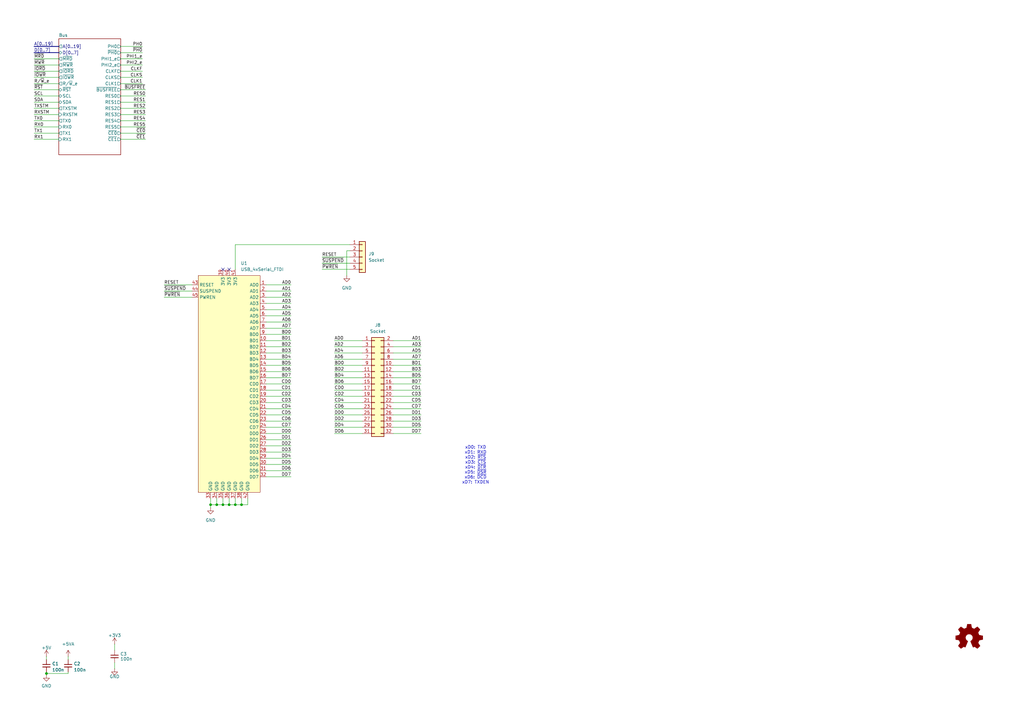
<source format=kicad_sch>
(kicad_sch (version 20231120) (generator "eeschema") (generator_version "8.0")
  (paper "A3")
  (title_block (title "Unicomp v3 - USB Serial Board") (date "2024-10-01") (rev "v1.0") (company "100% Offner") (comment 1 "v1.0: Initial"))
  (lib_symbols
    (symbol "Connector_Generic:Conn_01x05" (pin_names (offset 1.016) hide)
      (property "Reference" "J" (at 0 7.62 0))
      (property "Value" "Conn_01x05" (at 0 -7.62 0))
      (symbol "Conn_01x05_1_1"
        (rectangle (start -1.27 -4.953) (end 0 -5.207) (stroke (width 0.1524)))
        (rectangle (start -1.27 -2.413) (end 0 -2.667) (stroke (width 0.1524)))
        (rectangle (start -1.27 0.127) (end 0 -0.127) (stroke (width 0.1524)))
        (rectangle (start -1.27 2.667) (end 0 2.413) (stroke (width 0.1524)))
        (rectangle (start -1.27 5.207) (end 0 4.953) (stroke (width 0.1524)))
        (rectangle (start -1.27 6.35) (end 1.27 -6.35) (stroke (width 0.254)) (fill (type background)))
        (pin passive line (at -5.08 5.08 0) (length 3.81) (name "Pin_1") (number "1"))
        (pin passive line (at -5.08 2.54 0) (length 3.81) (name "Pin_2") (number "2"))
        (pin passive line (at -5.08 0 0) (length 3.81) (name "Pin_3") (number "3"))
        (pin passive line (at -5.08 -2.54 0) (length 3.81) (name "Pin_4") (number "4"))
        (pin passive line (at -5.08 -5.08 0) (length 3.81) (name "Pin_5") (number "5"))
      )
    )
    (symbol "Connector_Generic:Conn_02x16_Odd_Even" (pin_names (offset 1.016) hide)
      (property "Reference" "J" (at 1.27 20.32 0))
      (property "Value" "Conn_02x16_Odd_Even" (at 1.27 -22.86 0))
      (symbol "Conn_02x16_Odd_Even_1_1"
        (rectangle (start -1.27 -20.193) (end 0 -20.447) (stroke (width 0.1524)))
        (rectangle (start -1.27 -17.653) (end 0 -17.907) (stroke (width 0.1524)))
        (rectangle (start -1.27 -15.113) (end 0 -15.367) (stroke (width 0.1524)))
        (rectangle (start -1.27 -12.573) (end 0 -12.827) (stroke (width 0.1524)))
        (rectangle (start -1.27 -10.033) (end 0 -10.287) (stroke (width 0.1524)))
        (rectangle (start -1.27 -7.493) (end 0 -7.747) (stroke (width 0.1524)))
        (rectangle (start -1.27 -4.953) (end 0 -5.207) (stroke (width 0.1524)))
        (rectangle (start -1.27 -2.413) (end 0 -2.667) (stroke (width 0.1524)))
        (rectangle (start -1.27 0.127) (end 0 -0.127) (stroke (width 0.1524)))
        (rectangle (start -1.27 2.667) (end 0 2.413) (stroke (width 0.1524)))
        (rectangle (start -1.27 5.207) (end 0 4.953) (stroke (width 0.1524)))
        (rectangle (start -1.27 7.747) (end 0 7.493) (stroke (width 0.1524)))
        (rectangle (start -1.27 10.287) (end 0 10.033) (stroke (width 0.1524)))
        (rectangle (start -1.27 12.827) (end 0 12.573) (stroke (width 0.1524)))
        (rectangle (start -1.27 15.367) (end 0 15.113) (stroke (width 0.1524)))
        (rectangle (start -1.27 17.907) (end 0 17.653) (stroke (width 0.1524)))
        (rectangle (start -1.27 19.05) (end 3.81 -21.59) (stroke (width 0.254)) (fill (type background)))
        (rectangle (start 3.81 -20.193) (end 2.54 -20.447) (stroke (width 0.1524)))
        (rectangle (start 3.81 -17.653) (end 2.54 -17.907) (stroke (width 0.1524)))
        (rectangle (start 3.81 -15.113) (end 2.54 -15.367) (stroke (width 0.1524)))
        (rectangle (start 3.81 -12.573) (end 2.54 -12.827) (stroke (width 0.1524)))
        (rectangle (start 3.81 -10.033) (end 2.54 -10.287) (stroke (width 0.1524)))
        (rectangle (start 3.81 -7.493) (end 2.54 -7.747) (stroke (width 0.1524)))
        (rectangle (start 3.81 -4.953) (end 2.54 -5.207) (stroke (width 0.1524)))
        (rectangle (start 3.81 -2.413) (end 2.54 -2.667) (stroke (width 0.1524)))
        (rectangle (start 3.81 0.127) (end 2.54 -0.127) (stroke (width 0.1524)))
        (rectangle (start 3.81 2.667) (end 2.54 2.413) (stroke (width 0.1524)))
        (rectangle (start 3.81 5.207) (end 2.54 4.953) (stroke (width 0.1524)))
        (rectangle (start 3.81 7.747) (end 2.54 7.493) (stroke (width 0.1524)))
        (rectangle (start 3.81 10.287) (end 2.54 10.033) (stroke (width 0.1524)))
        (rectangle (start 3.81 12.827) (end 2.54 12.573) (stroke (width 0.1524)))
        (rectangle (start 3.81 15.367) (end 2.54 15.113) (stroke (width 0.1524)))
        (rectangle (start 3.81 17.907) (end 2.54 17.653) (stroke (width 0.1524)))
        (pin passive line (at -5.08 17.78 0) (length 3.81) (name "Pin_1") (number "1"))
        (pin passive line (at 7.62 7.62 180) (length 3.81) (name "Pin_10") (number "10"))
        (pin passive line (at -5.08 5.08 0) (length 3.81) (name "Pin_11") (number "11"))
        (pin passive line (at 7.62 5.08 180) (length 3.81) (name "Pin_12") (number "12"))
        (pin passive line (at -5.08 2.54 0) (length 3.81) (name "Pin_13") (number "13"))
        (pin passive line (at 7.62 2.54 180) (length 3.81) (name "Pin_14") (number "14"))
        (pin passive line (at -5.08 0 0) (length 3.81) (name "Pin_15") (number "15"))
        (pin passive line (at 7.62 0 180) (length 3.81) (name "Pin_16") (number "16"))
        (pin passive line (at -5.08 -2.54 0) (length 3.81) (name "Pin_17") (number "17"))
        (pin passive line (at 7.62 -2.54 180) (length 3.81) (name "Pin_18") (number "18"))
        (pin passive line (at -5.08 -5.08 0) (length 3.81) (name "Pin_19") (number "19"))
        (pin passive line (at 7.62 17.78 180) (length 3.81) (name "Pin_2") (number "2"))
        (pin passive line (at 7.62 -5.08 180) (length 3.81) (name "Pin_20") (number "20"))
        (pin passive line (at -5.08 -7.62 0) (length 3.81) (name "Pin_21") (number "21"))
        (pin passive line (at 7.62 -7.62 180) (length 3.81) (name "Pin_22") (number "22"))
        (pin passive line (at -5.08 -10.16 0) (length 3.81) (name "Pin_23") (number "23"))
        (pin passive line (at 7.62 -10.16 180) (length 3.81) (name "Pin_24") (number "24"))
        (pin passive line (at -5.08 -12.7 0) (length 3.81) (name "Pin_25") (number "25"))
        (pin passive line (at 7.62 -12.7 180) (length 3.81) (name "Pin_26") (number "26"))
        (pin passive line (at -5.08 -15.24 0) (length 3.81) (name "Pin_27") (number "27"))
        (pin passive line (at 7.62 -15.24 180) (length 3.81) (name "Pin_28") (number "28"))
        (pin passive line (at -5.08 -17.78 0) (length 3.81) (name "Pin_29") (number "29"))
        (pin passive line (at -5.08 15.24 0) (length 3.81) (name "Pin_3") (number "3"))
        (pin passive line (at 7.62 -17.78 180) (length 3.81) (name "Pin_30") (number "30"))
        (pin passive line (at -5.08 -20.32 0) (length 3.81) (name "Pin_31") (number "31"))
        (pin passive line (at 7.62 -20.32 180) (length 3.81) (name "Pin_32") (number "32"))
        (pin passive line (at 7.62 15.24 180) (length 3.81) (name "Pin_4") (number "4"))
        (pin passive line (at -5.08 12.7 0) (length 3.81) (name "Pin_5") (number "5"))
        (pin passive line (at 7.62 12.7 180) (length 3.81) (name "Pin_6") (number "6"))
        (pin passive line (at -5.08 10.16 0) (length 3.81) (name "Pin_7") (number "7"))
        (pin passive line (at 7.62 10.16 180) (length 3.81) (name "Pin_8") (number "8"))
        (pin passive line (at -5.08 7.62 0) (length 3.81) (name "Pin_9") (number "9"))
      )
    )
    (symbol "Device:C_Small" (pin_numbers hide) (pin_names (offset 0.254) hide)
      (property "Reference" "C" (at 0.254 1.778 0))
      (property "Value" "C_Small" (at 0.254 -2.032 0))
      (symbol "C_Small_0_1"
        (polyline (pts (xy -1.524 -0.508) (xy 1.524 -0.508)) (stroke (width 0.3302)))
        (polyline (pts (xy -1.524 0.508) (xy 1.524 0.508)) (stroke (width 0.3048)))
      )
      (symbol "C_Small_1_1"
        (pin passive line (at 0 2.54 270) (length 2.032) (name "~") (number "1"))
        (pin passive line (at 0 -2.54 90) (length 2.032) (name "~") (number "2"))
      )
    )
    (symbol "Graphic:Logo_Open_Hardware_Small" (in_bom no) (on_board no)
      (symbol "Logo_Open_Hardware_Small_0_1"
        (polyline (pts (xy 3.3528 -4.3434) (xy 3.302 -4.318) (xy 3.175 -4.2418) (xy 2.9972 -4.1148) (xy 2.7686 -3.9624) (xy 2.54 -3.81) (xy 2.3622 -3.7084) (xy 2.2352 -3.6068) (xy 2.1844 -3.5814) (xy 2.159 -3.6068) (xy 2.0574 -3.6576) (xy 1.905 -3.7338) (xy 1.8034 -3.7846) (xy 1.6764 -3.8354) (xy 1.6002 -3.8354) (xy 1.6002 -3.8354) (xy 1.5494 -3.7338) (xy 1.4732 -3.5306) (xy 1.3462 -3.302) (xy 1.2446 -3.0226) (xy 1.1176 -2.7178) (xy 0.9652 -2.413) (xy 0.8636 -2.1082) (xy 0.7366 -1.8288) (xy 0.6604 -1.6256) (xy 0.6096 -1.4732) (xy 0.5842 -1.397) (xy 0.5842 -1.397) (xy 0.6604 -1.3208) (xy 0.7874 -1.2446) (xy 1.0414 -1.016) (xy 1.2954 -0.6858) (xy 1.4478 -0.3302) (xy 1.524 0.0762) (xy 1.4732 0.4572) (xy 1.3208 0.8128) (xy 1.0668 1.143) (xy 0.762 1.3716) (xy 0.4064 1.524) (xy 0 1.5748) (xy -0.381 1.5494) (xy -0.7366 1.397) (xy -1.0668 1.143) (xy -1.2192 0.9906) (xy -1.397 0.6604) (xy -1.524 0.3048) (xy -1.524 0.2286) (xy -1.4986 -0.1778) (xy -1.397 -0.5334) (xy -1.1938 -0.8636) (xy -0.9144 -1.143) (xy -0.8636 -1.1684) (xy -0.7366 -1.27) (xy -0.635 -1.3462) (xy -0.5842 -1.397) (xy -1.0668 -2.5908) (xy -1.143 -2.794) (xy -1.2954 -3.1242) (xy -1.397 -3.4036) (xy -1.4986 -3.6322) (xy -1.5748 -3.7846) (xy -1.6002 -3.8354) (xy -1.6002 -3.8354) (xy -1.651 -3.8354) (xy -1.7272 -3.81) (xy -1.905 -3.7338) (xy -2.0066 -3.683) (xy -2.1336 -3.6068) (xy -2.2098 -3.5814) (xy -2.2606 -3.6068) (xy -2.3622 -3.683) (xy -2.54 -3.81) (xy -2.7686 -3.9624) (xy -2.9718 -4.0894) (xy -3.1496 -4.2164) (xy -3.302 -4.318) (xy -3.3528 -4.3434) (xy -3.3782 -4.3434) (xy -3.429 -4.318) (xy -3.5306 -4.2164) (xy -3.7084 -4.064) (xy -3.937 -3.8354) (xy -3.9624 -3.81) (xy -4.1656 -3.6068) (xy -4.318 -3.4544) (xy -4.4196 -3.3274) (xy -4.445 -3.2766) (xy -4.445 -3.2766) (xy -4.4196 -3.2258) (xy -4.318 -3.0734) (xy -4.2164 -2.8956) (xy -4.064 -2.667) (xy -3.6576 -2.0828) (xy -3.8862 -1.5494) (xy -3.937 -1.3716) (xy -4.0386 -1.1684) (xy -4.0894 -1.0414) (xy -4.1148 -0.9652) (xy -4.191 -0.9398) (xy -4.318 -0.9144) (xy -4.5466 -0.8636) (xy -4.8006 -0.8128) (xy -5.0546 -0.7874) (xy -5.2578 -0.7366) (xy -5.4356 -0.7112) (xy -5.5118 -0.6858) (xy -5.5118 -0.6858) (xy -5.5372 -0.635) (xy -5.5372 -0.5588) (xy -5.5372 -0.4318) (xy -5.5626 -0.2286) (xy -5.5626 0.0762) (xy -5.5626 0.127) (xy -5.5372 0.4064) (xy -5.5372 0.635) (xy -5.5372 0.762) (xy -5.5372 0.8382) (xy -5.5372 0.8382) (xy -5.461 0.8382) (xy -5.3086 0.889) (xy -5.08 0.9144) (xy -4.826 0.9652) (xy -4.8006 0.9906) (xy -4.5466 1.0414) (xy -4.318 1.0668) (xy -4.1656 1.1176) (xy -4.0894 1.143) (xy -4.0894 1.143) (xy -4.0386 1.2446) (xy -3.9624 1.4224) (xy -3.8608 1.6256) (xy -3.7846 1.8288) (xy -3.7084 2.0066) (xy -3.6576 2.159) (xy -3.6322 2.2098) (xy -3.6322 2.2098) (xy -3.683 2.286) (xy -3.7592 2.413) (xy -3.8862 2.5908) (xy -4.064 2.8194) (xy -4.064 2.8448) (xy -4.2164 3.0734) (xy -4.3434 3.2512) (xy -4.4196 3.3782) (xy -4.445 3.4544) (xy -4.445 3.4544) (xy -4.3942 3.5052) (xy -4.2926 3.6322) (xy -4.1148 3.81) (xy -3.937 4.0132) (xy -3.8608 4.064) (xy -3.6576 4.2926) (xy -3.5052 4.4196) (xy -3.4036 4.4958) (xy -3.3528 4.5212) (xy -3.3528 4.5212) (xy -3.302 4.4704) (xy -3.1496 4.3688) (xy -2.9718 4.2418) (xy -2.7432 4.0894) (xy -2.7178 4.0894) (xy -2.4892 3.937) (xy -2.3114 3.81) (xy -2.1844 3.7084) (xy -2.1336 3.683) (xy -2.1082 3.683) (xy -2.032 3.7084) (xy -1.8542 3.7592) (xy -1.6764 3.8354) (xy -1.4732 3.937) (xy -1.27 4.0132) (xy -1.143 4.064) (xy -1.0668 4.1148) (xy -1.0668 4.1148) (xy -1.0414 4.191) (xy -1.016 4.3434) (xy -0.9652 4.572) (xy -0.9144 4.8514) (xy -0.889 4.9022) (xy -0.8382 5.1562) (xy -0.8128 5.3848) (xy -0.7874 5.5372) (xy -0.762 5.588) (xy -0.7112 5.6134) (xy -0.5842 5.6134) (xy -0.4064 5.6134) (xy -0.1524 5.6134) (xy 0.0762 5.6134) (xy 0.3302 5.6134) (xy 0.5334 5.6134) (xy 0.6858 5.588) (xy 0.7366 5.588) (xy 0.7366 5.588) (xy 0.762 5.5118) (xy 0.8128 5.334) (xy 0.8382 5.1054) (xy 0.9144 4.826) (xy 0.9144 4.7752) (xy 0.9652 4.5212) (xy 1.016 4.2926) (xy 1.0414 4.1402) (xy 1.0668 4.0894) (xy 1.0668 4.0894) (xy 1.1938 4.0386) (xy 1.3716 3.9624) (xy 1.5748 3.8608) (xy 2.0828 3.6576) (xy 2.7178 4.0894) (xy 2.7686 4.1402) (xy 2.9972 4.2926) (xy 3.175 4.4196) (xy 3.302 4.4958) (xy 3.3782 4.5212) (xy 3.3782 4.5212) (xy 3.429 4.4704) (xy 3.556 4.3434) (xy 3.7338 4.191) (xy 3.9116 3.9878) (xy 4.064 3.8354) (xy 4.2418 3.6576) (xy 4.3434 3.556) (xy 4.4196 3.4798) (xy 4.4196 3.429) (xy 4.4196 3.4036) (xy 4.3942 3.3274) (xy 4.2926 3.2004) (xy 4.1656 2.9972) (xy 4.0132 2.794) (xy 3.8862 2.5908) (xy 3.7592 2.3876) (xy 3.6576 2.2352) (xy 3.6322 2.159) (xy 3.6322 2.1336) (xy 3.683 2.0066) (xy 3.7592 1.8288) (xy 3.8608 1.6002) (xy 4.064 1.1176) (xy 4.3942 1.0414) (xy 4.5974 1.016) (xy 4.8768 0.9652) (xy 5.1308 0.9144) (xy 5.5372 0.8382) (xy 5.5626 -0.6604) (xy 5.4864 -0.6858) (xy 5.4356 -0.6858) (xy 5.2832 -0.7366) (xy 5.0546 -0.762) (xy 4.8006 -0.8128) (xy 4.5974 -0.8636) (xy 4.3688 -0.9144) (xy 4.2164 -0.9398) (xy 4.1402 -0.9398) (xy 4.1148 -0.9652) (xy 4.064 -1.0668) (xy 3.9878 -1.2446) (xy 3.9116 -1.4478) (xy 3.81 -1.651) (xy 3.7338 -1.8542) (xy 3.683 -2.0066) (xy 3.6576 -2.0828) (xy 3.683 -2.1336) (xy 3.7846 -2.2606) (xy 3.8862 -2.4638) (xy 4.0386 -2.667) (xy 4.191 -2.8956) (xy 4.318 -3.0734) (xy 4.3942 -3.2004) (xy 4.445 -3.2766) (xy 4.4196 -3.3274) (xy 4.3434 -3.429) (xy 4.1656 -3.5814) (xy 3.937 -3.8354) (xy 3.8862 -3.8608) (xy 3.683 -4.064) (xy 3.5306 -4.2164) (xy 3.4036 -4.318) (xy 3.3528 -4.3434)) (fill (type outline)))
      )
    )
    (symbol "my_ics_new:USB_4xSerial_FTDI"
      (property "Reference" "U" (at 4.572 45.212 0))
      (property "Value" "USB_4xSerial_FTDI" (at 12.6104 43.3337 0))
      (symbol "USB_4xSerial_FTDI_1_1"
        (rectangle (start -12.7 41.91) (end 12.7 -46.99) (fill (type background)))
        (pin bidirectional line (at 15.24 38.1 180) (length 2.54) (name "AD0") (number "1"))
        (pin bidirectional line (at 15.24 15.24 180) (length 2.54) (name "BD1") (number "10"))
        (pin bidirectional line (at 15.24 12.7 180) (length 2.54) (name "BD2") (number "11"))
        (pin bidirectional line (at 15.24 10.16 180) (length 2.54) (name "BD3") (number "12"))
        (pin bidirectional line (at 15.24 7.62 180) (length 2.54) (name "BD4") (number "13"))
        (pin bidirectional line (at 15.24 5.08 180) (length 2.54) (name "BD5") (number "14"))
        (pin bidirectional line (at 15.24 2.54 180) (length 2.54) (name "BD6") (number "15"))
        (pin bidirectional line (at 15.24 0 180) (length 2.54) (name "BD7") (number "16"))
        (pin bidirectional line (at 15.24 -2.54 180) (length 2.54) (name "CD0") (number "17"))
        (pin bidirectional line (at 15.24 -5.08 180) (length 2.54) (name "CD1") (number "18"))
        (pin bidirectional line (at 15.24 -7.62 180) (length 2.54) (name "CD2") (number "19"))
        (pin bidirectional line (at 15.24 35.56 180) (length 2.54) (name "AD1") (number "2"))
        (pin bidirectional line (at 15.24 -10.16 180) (length 2.54) (name "CD3") (number "20"))
        (pin bidirectional line (at 15.24 -12.7 180) (length 2.54) (name "CD4") (number "21"))
        (pin bidirectional line (at 15.24 -15.24 180) (length 2.54) (name "CD5") (number "22"))
        (pin bidirectional line (at 15.24 -17.78 180) (length 2.54) (name "CD6") (number "23"))
        (pin bidirectional line (at 15.24 -20.32 180) (length 2.54) (name "CD7") (number "24"))
        (pin bidirectional line (at 15.24 -22.86 180) (length 2.54) (name "DD0") (number "25"))
        (pin bidirectional line (at 15.24 -25.4 180) (length 2.54) (name "DD1") (number "26"))
        (pin bidirectional line (at 15.24 -27.94 180) (length 2.54) (name "DD2") (number "27"))
        (pin bidirectional line (at 15.24 -30.48 180) (length 2.54) (name "DD3") (number "28"))
        (pin bidirectional line (at 15.24 -33.02 180) (length 2.54) (name "DD4") (number "29"))
        (pin bidirectional line (at 15.24 33.02 180) (length 2.54) (name "AD2") (number "3"))
        (pin bidirectional line (at 15.24 -35.56 180) (length 2.54) (name "DD5") (number "30"))
        (pin bidirectional line (at 15.24 -38.1 180) (length 2.54) (name "DD6") (number "31"))
        (pin bidirectional line (at 15.24 -40.64 180) (length 2.54) (name "DD7") (number "32"))
        (pin power_in line (at -7.62 -49.53 90) (length 2.54) (name "GND") (number "33"))
        (pin power_in line (at -5.08 -49.53 90) (length 2.54) (name "GND") (number "34"))
        (pin power_in line (at -2.54 -49.53 90) (length 2.54) (name "GND") (number "35"))
        (pin power_in line (at 0 -49.53 90) (length 2.54) (name "GND") (number "36"))
        (pin power_in line (at 2.54 -49.53 90) (length 2.54) (name "GND") (number "37"))
        (pin power_in line (at 5.08 -49.53 90) (length 2.54) (name "GND") (number "38"))
        (pin power_out line (at -2.54 44.45 270) (length 2.54) (name "3V3") (number "39"))
        (pin bidirectional line (at 15.24 30.48 180) (length 2.54) (name "AD3") (number "4"))
        (pin power_out line (at 0 44.45 270) (length 2.54) (name "3V3") (number "40"))
        (pin power_out line (at 2.54 44.45 270) (length 2.54) (name "3V3") (number "41"))
        (pin power_in line (at 7.62 -49.53 90) (length 2.54) (name "GND") (number "42"))
        (pin input line (at -15.24 38.1 0) (length 2.54) (name "RESET") (number "43"))
        (pin input line (at -15.24 35.56 0) (length 2.54) (name "SUSPEND") (number "44"))
        (pin input line (at -15.24 33.02 0) (length 2.54) (name "PWREN") (number "45"))
        (pin bidirectional line (at 15.24 27.94 180) (length 2.54) (name "AD4") (number "5"))
        (pin bidirectional line (at 15.24 25.4 180) (length 2.54) (name "AD5") (number "6"))
        (pin bidirectional line (at 15.24 22.86 180) (length 2.54) (name "AD6") (number "7"))
        (pin bidirectional line (at 15.24 20.32 180) (length 2.54) (name "AD7") (number "8"))
        (pin bidirectional line (at 15.24 17.78 180) (length 2.54) (name "BD0") (number "9"))
      )
    )
    (symbol "power:+3V3" (power) (pin_numbers hide) (pin_names (offset 0) hide)
      (property "Value" "+3V3" (at 0 3.556 0))
      (symbol "+3V3_0_1"
        (polyline (pts (xy -0.762 1.27) (xy 0 2.54)))
        (polyline (pts (xy 0 0) (xy 0 2.54)))
        (polyline (pts (xy 0 2.54) (xy 0.762 1.27)))
      )
      (symbol "+3V3_1_1"
        (pin power_in line (at 0 0 90) (length 0) (name "~") (number "1"))
      )
    )
    (symbol "power:+5V" (power) (pin_numbers hide) (pin_names (offset 0) hide)
      (property "Value" "+5V" (at 0 3.556 0))
      (symbol "+5V_0_1"
        (polyline (pts (xy -0.762 1.27) (xy 0 2.54)))
        (polyline (pts (xy 0 0) (xy 0 2.54)))
        (polyline (pts (xy 0 2.54) (xy 0.762 1.27)))
      )
      (symbol "+5V_1_1"
        (pin power_in line (at 0 0 90) (length 0) (name "~") (number "1"))
      )
    )
    (symbol "power:+5VA" (power) (pin_numbers hide) (pin_names (offset 0) hide)
      (property "Value" "+5VA" (at 0 3.556 0))
      (symbol "+5VA_0_1"
        (polyline (pts (xy -0.762 1.27) (xy 0 2.54)))
        (polyline (pts (xy 0 0) (xy 0 2.54)))
        (polyline (pts (xy 0 2.54) (xy 0.762 1.27)))
      )
      (symbol "+5VA_1_1"
        (pin power_in line (at 0 0 90) (length 0) (name "~") (number "1"))
      )
    )
    (symbol "power:GND" (power) (pin_numbers hide) (pin_names (offset 0) hide)
      (property "Value" "GND" (at 0 -3.81 0))
      (symbol "GND_0_1"
        (polyline (pts (xy 0 0) (xy 0 -1.27) (xy 1.27 -1.27) (xy 0 -2.54) (xy -1.27 -1.27) (xy 0 -1.27)))
      )
      (symbol "GND_1_1"
        (pin power_in line (at 0 0 270) (length 0) (name "~") (number "1"))
      )
    )
  )
  (junction (at 96.52 207.01))
  (junction (at 91.44 207.01))
  (junction (at 99.06 207.01))
  (junction (at 86.36 207.01))
  (junction (at 19.05 276.225))
  (junction (at 93.98 207.01))
  (junction (at 88.9 207.01))
  (no_connect (at 93.98 110.49))
  (no_connect (at 91.44 110.49))
  (wire (pts (xy 161.29 147.32) (xy 172.72 147.32)))
  (wire (pts (xy 88.9 207.01) (xy 91.44 207.01)))
  (wire (pts (xy 109.22 165.1) (xy 119.38 165.1)))
  (wire (pts (xy 13.97 39.37) (xy 24.13 39.37)))
  (wire (pts (xy 13.97 31.75) (xy 24.13 31.75)))
  (wire (pts (xy 161.29 152.4) (xy 172.72 152.4)))
  (wire (pts (xy 13.97 41.91) (xy 24.13 41.91)))
  (wire (pts (xy 161.29 142.24) (xy 172.72 142.24)))
  (wire (pts (xy 109.22 134.62) (xy 119.38 134.62)))
  (wire (pts (xy 109.22 116.84) (xy 119.38 116.84)))
  (wire (pts (xy 49.53 34.29) (xy 58.42 34.29)))
  (wire (pts (xy 67.31 119.38) (xy 78.74 119.38)))
  (wire (pts (xy 19.05 276.86) (xy 19.05 276.225)))
  (wire (pts (xy 161.29 172.72) (xy 172.72 172.72)))
  (wire (pts (xy 137.16 170.18) (xy 148.59 170.18)))
  (wire (pts (xy 19.05 276.225) (xy 27.94 276.225)))
  (wire (pts (xy 86.36 204.47) (xy 86.36 207.01)))
  (wire (pts (xy 137.16 149.86) (xy 148.59 149.86)))
  (wire (pts (xy 93.98 204.47) (xy 93.98 207.01)))
  (wire (pts (xy 132.08 110.49) (xy 143.51 110.49)))
  (wire (pts (xy 137.16 152.4) (xy 148.59 152.4)))
  (wire (pts (xy 161.29 139.7) (xy 172.72 139.7)))
  (wire (pts (xy 49.53 46.99) (xy 59.69 46.99)))
  (wire (pts (xy 67.31 121.92) (xy 78.74 121.92)))
  (wire (pts (xy 109.22 175.26) (xy 119.38 175.26)))
  (wire (pts (xy 137.16 162.56) (xy 148.59 162.56)))
  (wire (pts (xy 109.22 195.58) (xy 119.38 195.58)))
  (wire (pts (xy 96.52 100.33) (xy 143.51 100.33)))
  (wire (pts (xy 13.97 46.99) (xy 24.13 46.99)))
  (wire (pts (xy 99.06 207.01) (xy 101.6 207.01)))
  (wire (pts (xy 96.52 110.49) (xy 96.52 100.33)))
  (wire (pts (xy 137.16 139.7) (xy 148.59 139.7)))
  (wire (pts (xy 49.53 54.61) (xy 59.69 54.61)))
  (wire (pts (xy 109.22 139.7) (xy 119.38 139.7)))
  (wire (pts (xy 13.97 54.61) (xy 24.13 54.61)))
  (wire (pts (xy 109.22 172.72) (xy 119.38 172.72)))
  (wire (pts (xy 109.22 154.94) (xy 119.38 154.94)))
  (wire (pts (xy 109.22 119.38) (xy 119.38 119.38)))
  (wire (pts (xy 161.29 170.18) (xy 172.72 170.18)))
  (wire (pts (xy 109.22 152.4) (xy 119.38 152.4)))
  (wire (pts (xy 132.08 105.41) (xy 143.51 105.41)))
  (wire (pts (xy 137.16 144.78) (xy 148.59 144.78)))
  (wire (pts (xy 88.9 204.47) (xy 88.9 207.01)))
  (wire (pts (xy 109.22 132.08) (xy 119.38 132.08)))
  (wire (pts (xy 161.29 149.86) (xy 172.72 149.86)))
  (wire (pts (xy 49.53 26.67) (xy 58.42 26.67)))
  (wire (pts (xy 109.22 124.46) (xy 119.38 124.46)))
  (wire (pts (xy 49.53 39.37) (xy 59.69 39.37)))
  (wire (pts (xy 109.22 193.04) (xy 119.38 193.04)))
  (wire (pts (xy 109.22 121.92) (xy 119.38 121.92)))
  (wire (pts (xy 161.29 160.02) (xy 172.72 160.02)))
  (wire (pts (xy 109.22 187.96) (xy 119.38 187.96)))
  (wire (pts (xy 109.22 149.86) (xy 119.38 149.86)))
  (wire (pts (xy 109.22 147.32) (xy 119.38 147.32)))
  (wire (pts (xy 137.16 157.48) (xy 148.59 157.48)))
  (wire (pts (xy 91.44 207.01) (xy 93.98 207.01)))
  (wire (pts (xy 13.97 34.29) (xy 24.13 34.29)))
  (wire (pts (xy 86.36 207.01) (xy 86.36 208.28)))
  (wire (pts (xy 137.16 177.8) (xy 148.59 177.8)))
  (wire (pts (xy 49.53 31.75) (xy 58.42 31.75)))
  (wire (pts (xy 109.22 144.78) (xy 119.38 144.78)))
  (wire (pts (xy 49.53 41.91) (xy 59.69 41.91)))
  (wire (pts (xy 161.29 154.94) (xy 172.72 154.94)))
  (bus (pts (xy 24.13 19.05) (xy 13.97 19.05)))
  (wire (pts (xy 142.24 113.03) (xy 142.24 102.87)))
  (wire (pts (xy 13.97 57.15) (xy 24.13 57.15)))
  (wire (pts (xy 161.29 157.48) (xy 172.72 157.48)))
  (wire (pts (xy 49.53 57.15) (xy 59.69 57.15)))
  (wire (pts (xy 49.53 24.13) (xy 58.42 24.13)))
  (wire (pts (xy 96.52 204.47) (xy 96.52 207.01)))
  (wire (pts (xy 49.53 49.53) (xy 59.69 49.53)))
  (wire (pts (xy 109.22 167.64) (xy 119.38 167.64)))
  (wire (pts (xy 109.22 177.8) (xy 119.38 177.8)))
  (wire (pts (xy 13.97 36.83) (xy 24.13 36.83)))
  (wire (pts (xy 13.97 52.07) (xy 24.13 52.07)))
  (wire (pts (xy 49.53 52.07) (xy 59.69 52.07)))
  (wire (pts (xy 137.16 142.24) (xy 148.59 142.24)))
  (wire (pts (xy 109.22 129.54) (xy 119.38 129.54)))
  (wire (pts (xy 27.94 275.59) (xy 27.94 276.225)))
  (wire (pts (xy 161.29 162.56) (xy 172.72 162.56)))
  (wire (pts (xy 161.29 165.1) (xy 172.72 165.1)))
  (wire (pts (xy 49.53 36.83) (xy 59.69 36.83)))
  (wire (pts (xy 13.97 29.21) (xy 24.13 29.21)))
  (wire (pts (xy 46.99 271.78) (xy 46.99 274.32)))
  (wire (pts (xy 13.97 44.45) (xy 24.13 44.45)))
  (wire (pts (xy 49.53 19.05) (xy 58.42 19.05)))
  (wire (pts (xy 91.44 204.47) (xy 91.44 207.01)))
  (wire (pts (xy 109.22 137.16) (xy 119.38 137.16)))
  (wire (pts (xy 49.53 21.59) (xy 58.42 21.59)))
  (wire (pts (xy 13.97 24.13) (xy 24.13 24.13)))
  (wire (pts (xy 137.16 160.02) (xy 148.59 160.02)))
  (wire (pts (xy 137.16 172.72) (xy 148.59 172.72)))
  (wire (pts (xy 13.97 26.67) (xy 24.13 26.67)))
  (wire (pts (xy 109.22 142.24) (xy 119.38 142.24)))
  (wire (pts (xy 49.53 44.45) (xy 59.69 44.45)))
  (wire (pts (xy 137.16 147.32) (xy 148.59 147.32)))
  (wire (pts (xy 161.29 175.26) (xy 172.72 175.26)))
  (wire (pts (xy 132.08 107.95) (xy 143.51 107.95)))
  (wire (pts (xy 109.22 162.56) (xy 119.38 162.56)))
  (wire (pts (xy 109.22 160.02) (xy 119.38 160.02)))
  (wire (pts (xy 109.22 170.18) (xy 119.38 170.18)))
  (wire (pts (xy 67.31 116.84) (xy 78.74 116.84)))
  (wire (pts (xy 101.6 207.01) (xy 101.6 204.47)))
  (wire (pts (xy 109.22 190.5) (xy 119.38 190.5)))
  (wire (pts (xy 161.29 144.78) (xy 172.72 144.78)))
  (wire (pts (xy 109.22 157.48) (xy 119.38 157.48)))
  (wire (pts (xy 49.53 29.21) (xy 58.42 29.21)))
  (wire (pts (xy 109.22 185.42) (xy 119.38 185.42)))
  (wire (pts (xy 109.22 127) (xy 119.38 127)))
  (wire (pts (xy 109.22 180.34) (xy 119.38 180.34)))
  (wire (pts (xy 19.05 269.24) (xy 19.05 270.51)))
  (wire (pts (xy 161.29 167.64) (xy 172.72 167.64)))
  (wire (pts (xy 46.99 264.16) (xy 46.99 266.7)))
  (wire (pts (xy 13.97 49.53) (xy 24.13 49.53)))
  (wire (pts (xy 142.24 102.87) (xy 143.51 102.87)))
  (wire (pts (xy 86.36 207.01) (xy 88.9 207.01)))
  (wire (pts (xy 109.22 182.88) (xy 119.38 182.88)))
  (bus (pts (xy 24.13 21.59) (xy 13.97 21.59)))
  (wire (pts (xy 137.16 154.94) (xy 148.59 154.94)))
  (wire (pts (xy 96.52 207.01) (xy 99.06 207.01)))
  (wire (pts (xy 93.98 207.01) (xy 96.52 207.01)))
  (wire (pts (xy 137.16 167.64) (xy 148.59 167.64)))
  (wire (pts (xy 19.05 276.225) (xy 19.05 275.59)))
  (wire (pts (xy 137.16 175.26) (xy 148.59 175.26)))
  (wire (pts (xy 137.16 165.1) (xy 148.59 165.1)))
  (wire (pts (xy 27.94 269.24) (xy 27.94 270.51)))
  (wire (pts (xy 99.06 204.47) (xy 99.06 207.01)))
  (wire (pts (xy 161.29 177.8) (xy 172.72 177.8)))
  (text "xD0: TXD\nxD1: RXD\nxD2: ~{RTS}\nxD3: ~{CTS}\nxD4: ~{DTR}\nxD5: ~{DSR}\nxD6: ~{DCD}\nxD7: TXDEN" (at 195.072 190.754 0) (effects (font (size 1.27 1.27))))
  (label "CD4" (at 137.16 165.1 0))
  (label "~{IOWR}" (at 13.97 31.75 0))
  (label "CD3" (at 119.38 165.1 180))
  (label "AD4" (at 137.16 144.78 0))
  (label "DD7" (at 172.72 177.8 180))
  (label "SDA" (at 13.97 41.91 0))
  (label "DD3" (at 119.38 185.42 180))
  (label "BD4" (at 119.38 147.32 180))
  (label "CD7" (at 119.38 175.26 180))
  (label "RES3" (at 59.69 46.99 180))
  (label "DD6" (at 137.16 177.8 0))
  (label "CD7" (at 172.72 167.64 180))
  (label "PHI2_e" (at 58.42 26.67 180))
  (label "CD5" (at 119.38 170.18 180))
  (label "DD0" (at 119.38 177.8 180))
  (label "~{SUSPEND}" (at 132.08 107.95 0))
  (label "BD6" (at 137.16 157.48 0))
  (label "TX0" (at 13.97 49.53 0))
  (label "DD7" (at 119.38 195.58 180))
  (label "AD5" (at 119.38 129.54 180))
  (label "PH0" (at 58.42 19.05 180))
  (label "TXSTM" (at 13.97 44.45 0))
  (label "AD2" (at 137.16 142.24 0))
  (label "DD3" (at 172.72 172.72 180))
  (label "CLKS" (at 58.42 31.75 180))
  (label "DD5" (at 119.38 190.5 180))
  (label "TX1" (at 13.97 54.61 0))
  (label "RX1" (at 13.97 57.15 0))
  (label "CD2" (at 137.16 162.56 0))
  (label "AD7" (at 172.72 147.32 180))
  (label "CD0" (at 137.16 160.02 0))
  (label "BD2" (at 137.16 152.4 0))
  (label "~{RST}" (at 13.97 36.83 0))
  (label "R{slash}~{W}_e" (at 13.97 34.29 0))
  (label "~{PH0}" (at 58.42 21.59 180))
  (label "CLKF" (at 58.42 29.21 180))
  (label "DD1" (at 119.38 180.34 180))
  (label "BD1" (at 119.38 139.7 180))
  (label "CD1" (at 172.72 160.02 180))
  (label "CD6" (at 137.16 167.64 0))
  (label "BD3" (at 119.38 144.78 180))
  (label "~{IORD}" (at 13.97 29.21 0))
  (label "AD6" (at 119.38 132.08 180))
  (label "AD2" (at 119.38 121.92 180))
  (label "BD4" (at 137.16 154.94 0))
  (label "AD0" (at 137.16 139.7 0))
  (label "BD7" (at 172.72 157.48 180))
  (label "AD3" (at 172.72 142.24 180))
  (label "CD1" (at 119.38 160.02 180))
  (label "BD0" (at 119.38 137.16 180))
  (label "DD2" (at 137.16 172.72 0))
  (label "DD5" (at 172.72 175.26 180))
  (label "CD2" (at 119.38 162.56 180))
  (label "~{CE0}" (at 59.69 54.61 180))
  (label "~{PWREN}" (at 67.31 121.92 0))
  (label "SCL" (at 13.97 39.37 0))
  (label "RES0" (at 59.69 39.37 180))
  (label "CLK1" (at 58.42 34.29 180))
  (label "RESET" (at 132.08 105.41 0))
  (label "AD5" (at 172.72 144.78 180))
  (label "D[0..7]" (at 13.97 21.59 0))
  (label "CD3" (at 172.72 162.56 180))
  (label "AD3" (at 119.38 124.46 180))
  (label "~{MWR}" (at 13.97 26.67 0))
  (label "RXSTM" (at 13.97 46.99 0))
  (label "RESET" (at 67.31 116.84 0))
  (label "~{CE1}" (at 59.69 57.15 180))
  (label "AD1" (at 119.38 119.38 180))
  (label "BD2" (at 119.38 142.24 180))
  (label "DD1" (at 172.72 170.18 180))
  (label "AD7" (at 119.38 134.62 180))
  (label "CD5" (at 172.72 165.1 180))
  (label "BD5" (at 119.38 149.86 180))
  (label "AD1" (at 172.72 139.7 180))
  (label "DD2" (at 119.38 182.88 180))
  (label "~{SUSPEND}" (at 67.31 119.38 0))
  (label "DD0" (at 137.16 170.18 0))
  (label "~{BUSFREE}" (at 59.69 36.83 180))
  (label "BD0" (at 137.16 149.86 0))
  (label "CD6" (at 119.38 172.72 180))
  (label "DD4" (at 119.38 187.96 180))
  (label "A[0..19]" (at 13.97 19.05 0))
  (label "DD6" (at 119.38 193.04 180))
  (label "CD0" (at 119.38 157.48 180))
  (label "BD5" (at 172.72 154.94 180))
  (label "BD1" (at 172.72 149.86 180))
  (label "AD0" (at 119.38 116.84 180))
  (label "~{MRD}" (at 13.97 24.13 0))
  (label "BD6" (at 119.38 152.4 180))
  (label "DD4" (at 137.16 175.26 0))
  (label "BD3" (at 172.72 152.4 180))
  (label "CD4" (at 119.38 167.64 180))
  (label "RES5" (at 59.69 52.07 180))
  (label "BD7" (at 119.38 154.94 180))
  (label "RX0" (at 13.97 52.07 0))
  (label "RES4" (at 59.69 49.53 180))
  (label "RES1" (at 59.69 41.91 180))
  (label "AD4" (at 119.38 127 180))
  (label "RES2" (at 59.69 44.45 180))
  (label "~{PWREN}" (at 132.08 110.49 0))
  (label "PHI1_e" (at 58.42 24.13 180))
  (label "AD6" (at 137.16 147.32 0))
  (symbol (lib_id "Connector_Generic:Conn_02x16_Odd_Even") (at 153.67 157.48 0) (unit 1)
    (property "Reference" "J8" (at 154.94 133.35 0))
    (property "Value" "Socket" (at 154.94 135.89 0))
    (property "Footprint" "Connector_PinSocket_2.54mm:PinSocket_2x16_P2.54mm_Vertical" (effects (hide yes)))
    (property "Description" "Generic connector, double row, 02x16, odd/even pin numbering scheme (row 1 odd numbers, row 2 even numbers), script generated (kicad-library-utils/schlib/autogen/connector/)" (effects (hide yes)))
  )
  (symbol (lib_id "power:+3V3") (at 46.99 264.16 0) (unit 1)
    (property "Reference" "#PWR08" (effects (hide yes)))
    (property "Value" "+3V3" (at 46.99 260.5842 0))
    (property "Description" "Power symbol creates a global label with name \"+3V3\"" (effects (hide yes)))
  )
  (symbol (lib_id "Device:C_Small") (at 27.94 273.05 0) (unit 1)
    (property "Reference" "C2" (at 30.2641 272.2216 0) (effects (justify left)))
    (property "Value" "100n" (at 30.2641 274.7585 0) (effects (justify left)))
    (property "Footprint" "Capacitor_SMD:C_1206_3216Metric" (effects (hide yes)))
    (property "Description" "Unpolarized capacitor, small symbol" (effects (hide yes)))
  )
  (symbol (lib_id "power:GND") (at 86.36 208.28 0) (unit 1)
    (property "Reference" "#PWR07" (effects (hide yes)))
    (property "Value" "GND" (at 86.36 213.36 0))
    (property "Description" "Power symbol creates a global label with name \"GND\" , ground" (effects (hide yes)))
  )
  (symbol (lib_id "Connector_Generic:Conn_01x05") (at 148.59 105.41 0) (unit 1)
    (property "Reference" "J9" (at 151.13 104.1399 0) (effects (justify left)))
    (property "Value" "Socket" (at 151.13 106.6799 0) (effects (justify left)))
    (property "Footprint" "Connector_PinSocket_2.54mm:PinSocket_1x05_P2.54mm_Vertical" (effects (hide yes)))
    (property "Description" "Generic connector, single row, 01x05, script generated (kicad-library-utils/schlib/autogen/connector/)" (effects (hide yes)))
  )
  (symbol (lib_id "power:GND") (at 142.24 113.03 0) (unit 1)
    (property "Reference" "#PWR06" (effects (hide yes)))
    (property "Value" "GND" (at 142.24 118.11 0))
    (property "Description" "Power symbol creates a global label with name \"GND\" , ground" (effects (hide yes)))
  )
  (symbol (lib_id "power:GND") (at 19.05 276.86 0) (unit 1)
    (property "Reference" "#PWR03" (effects (hide yes)))
    (property "Value" "GND" (at 19.05 281.3034 0))
    (property "Description" "Power symbol creates a global label with name \"GND\" , ground" (effects (hide yes)))
  )
  (symbol (lib_id "power:GND") (at 46.99 274.32 0) (unit 1)
    (property "Reference" "#PWR09" (effects (hide yes)))
    (property "Value" "GND" (at 46.99 277.495 0))
    (property "Description" "Power symbol creates a global label with name \"GND\" , ground" (effects (hide yes)))
  )
  (symbol (lib_id "power:+5VA") (at 27.94 269.24 0) (unit 1)
    (property "Reference" "#PWR0121" (effects (hide yes)))
    (property "Value" "+5VA" (at 27.94 264.16 0))
    (property "Description" "Power symbol creates a global label with name \"+5VA\"" (effects (hide yes)))
  )
  (symbol (lib_id "Device:C_Small") (at 19.05 273.05 0) (unit 1)
    (property "Reference" "C1" (at 21.3741 272.2216 0) (effects (justify left)))
    (property "Value" "100n" (at 21.3741 274.7585 0) (effects (justify left)))
    (property "Footprint" "Capacitor_SMD:C_1206_3216Metric" (effects (hide yes)))
    (property "Description" "Unpolarized capacitor, small symbol" (effects (hide yes)))
  )
  (symbol (lib_id "Graphic:Logo_Open_Hardware_Small") (at 397.51 261.62 0) (unit 1) (exclude_from_sim yes) (in_bom no) (on_board no)
    (property "Reference" "#SYM1" (effects (hide yes)))
    (property "Value" "Logo_Open_Hardware_Small" (effects (hide yes)))
    (property "Description" "Open Hardware logo, small" (effects (hide yes)))
    (property "Sim.Enable" "0" (effects (hide yes)))
  )
  (symbol (lib_id "my_ics_new:USB_4xSerial_FTDI") (at 93.98 154.94 0) (unit 1)
    (property "Reference" "U1" (at 98.7141 107.95 0) (effects (justify left)))
    (property "Value" "USB_4xSerial_FTDI" (at 98.7141 110.49 0) (effects (justify left)))
    (property "Footprint" "my_own:USB_4xSerial_FTDI" (effects (hide yes)))
  )
  (symbol (lib_id "power:+5V") (at 19.05 269.24 0) (unit 1)
    (property "Reference" "#PWR02" (effects (hide yes)))
    (property "Value" "+5V" (at 19.05 265.6642 0))
    (property "Description" "Power symbol creates a global label with name \"+5V\"" (effects (hide yes)))
  )
  (symbol (lib_id "Device:C_Small") (at 46.99 269.24 0) (unit 1)
    (property "Reference" "C3" (at 49.3141 268.2223 0) (effects (justify left)))
    (property "Value" "100n" (at 49.3141 270.2703 0) (effects (justify left)))
    (property "Footprint" "Capacitor_SMD:C_1206_3216Metric" (effects (hide yes)))
    (property "Description" "Unpolarized capacitor, small symbol" (effects (hide yes)))
  )
  (sheet (at 24.13 15.875) (size 25.4 47.625) (stroke (width 0.1524))
    (property "Sheetname" "Bus" (at 24.13 15.1634 0) (effects (justify left bottom)))
    (property "Sheetfile" "bus.kicad_sch" (effects (hide yes)))
    (pin "D[0..7]" bidirectional (at 24.13 21.59 180))
    (pin "TXSTM" output (at 24.13 44.45 180))
    (pin "RXSTM" input (at 24.13 46.99 180))
    (pin "~{MRD}" output (at 24.13 24.13 180))
    (pin "~{IORD}" output (at 24.13 29.21 180))
    (pin "~{IOWR}" output (at 24.13 31.75 180))
    (pin "R{slash}~{W}_e" output (at 24.13 34.29 180))
    (pin "~{MWR}" output (at 24.13 26.67 180))
    (pin "~{RST}" bidirectional (at 24.13 36.83 180))
    (pin "PH0" output (at 49.53 19.05 0))
    (pin "CLKS" output (at 49.53 31.75 0))
    (pin "~{PH0}" output (at 49.53 21.59 0))
    (pin "CLKF" output (at 49.53 29.21 0))
    (pin "PHI1_e" output (at 49.53 24.13 0))
    (pin "PHI2_e" output (at 49.53 26.67 0))
    (pin "~{BUSFREE}" output (at 49.53 36.83 0))
    (pin "SCL" bidirectional (at 24.13 39.37 180))
    (pin "SDA" bidirectional (at 24.13 41.91 180))
    (pin "RES5" output (at 49.53 52.07 0))
    (pin "RES1" output (at 49.53 41.91 0))
    (pin "RES3" output (at 49.53 46.99 0))
    (pin "RX1" input (at 24.13 57.15 180))
    (pin "RX0" input (at 24.13 52.07 180))
    (pin "TX0" output (at 24.13 49.53 180))
    (pin "TX1" output (at 24.13 54.61 180))
    (pin "RES4" output (at 49.53 49.53 0))
    (pin "RES2" output (at 49.53 44.45 0))
    (pin "RES0" output (at 49.53 39.37 0))
    (pin "CLK1" output (at 49.53 34.29 0))
    (pin "A[0..19]" output (at 24.13 19.05 180))
    (pin "~{CE0}" output (at 49.53 54.61 0))
    (pin "~{CE1}" output (at 49.53 57.15 0))
  )
)
</source>
